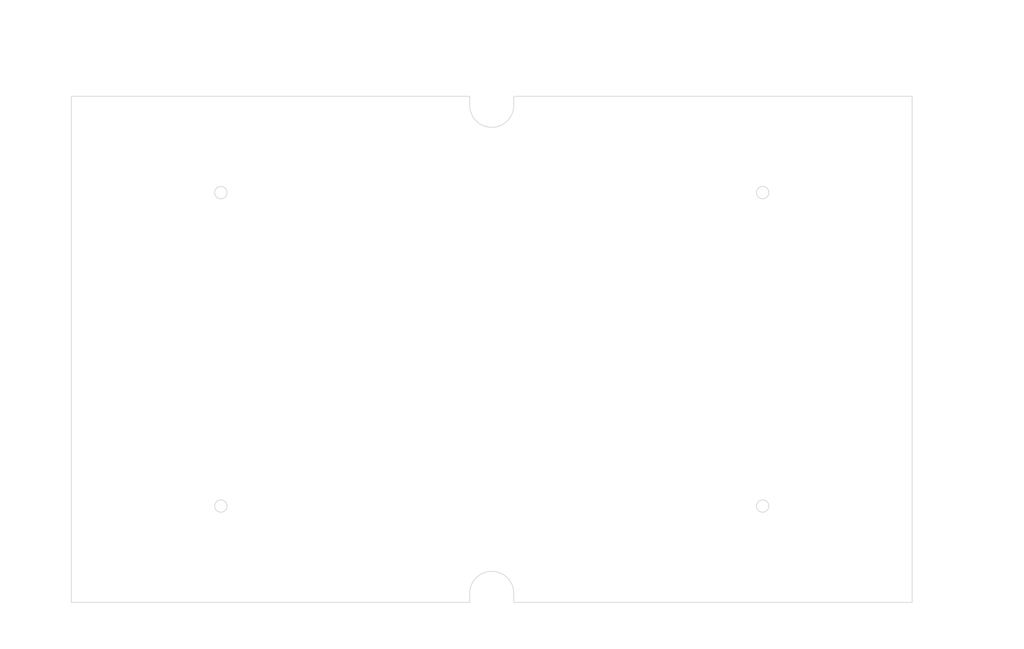
<source format=kicad_pcb>
(kicad_pcb (version 20171130) (host pcbnew "(5.1.0)-1")

  (general
    (thickness 1.6)
    (drawings 75)
    (tracks 0)
    (zones 0)
    (modules 0)
    (nets 1)
  )

  (page A3)
  (layers
    (0 F.Cu signal)
    (31 B.Cu signal)
    (32 B.Adhes user)
    (33 F.Adhes user)
    (34 B.Paste user)
    (35 F.Paste user)
    (36 B.SilkS user)
    (37 F.SilkS user)
    (38 B.Mask user)
    (39 F.Mask user)
    (40 Dwgs.User user)
    (41 Cmts.User user)
    (42 Eco1.User user)
    (43 Eco2.User user)
    (44 Edge.Cuts user)
    (45 Margin user)
    (46 B.CrtYd user)
    (47 F.CrtYd user)
    (48 B.Fab user)
    (49 F.Fab user)
  )

  (setup
    (last_trace_width 0.25)
    (trace_clearance 0.2)
    (zone_clearance 0.508)
    (zone_45_only no)
    (trace_min 0.2)
    (via_size 0.8)
    (via_drill 0.4)
    (via_min_size 0.4)
    (via_min_drill 0.3)
    (uvia_size 0.3)
    (uvia_drill 0.1)
    (uvias_allowed no)
    (uvia_min_size 0.2)
    (uvia_min_drill 0.1)
    (edge_width 0.05)
    (segment_width 0.2)
    (pcb_text_width 0.3)
    (pcb_text_size 1.5 1.5)
    (mod_edge_width 0.12)
    (mod_text_size 1 1)
    (mod_text_width 0.15)
    (pad_size 1.524 1.524)
    (pad_drill 0.762)
    (pad_to_mask_clearance 0.051)
    (solder_mask_min_width 0.25)
    (aux_axis_origin 0 0)
    (visible_elements FFFFFF7F)
    (pcbplotparams
      (layerselection 0x010fc_ffffffff)
      (usegerberextensions false)
      (usegerberattributes false)
      (usegerberadvancedattributes false)
      (creategerberjobfile false)
      (excludeedgelayer true)
      (linewidth 0.152400)
      (plotframeref false)
      (viasonmask false)
      (mode 1)
      (useauxorigin false)
      (hpglpennumber 1)
      (hpglpenspeed 20)
      (hpglpendiameter 15.000000)
      (psnegative false)
      (psa4output false)
      (plotreference true)
      (plotvalue true)
      (plotinvisibletext false)
      (padsonsilk false)
      (subtractmaskfromsilk false)
      (outputformat 1)
      (mirror false)
      (drillshape 1)
      (scaleselection 1)
      (outputdirectory ""))
  )

  (net 0 "")

  (net_class Default "This is the default net class."
    (clearance 0.2)
    (trace_width 0.25)
    (via_dia 0.8)
    (via_drill 0.4)
    (uvia_dia 0.3)
    (uvia_drill 0.1)
  )

  (gr_line (start 95.85736 220.864629) (end 95.85736 77.298348) (layer Edge.Cuts) (width 0.2))
  (gr_line (start 208.860566 220.864629) (end 95.85736 220.864629) (layer Edge.Cuts) (width 0.2))
  (gr_line (start 208.860566 218.281488) (end 208.860566 220.864629) (layer Edge.Cuts) (width 0.2))
  (gr_arc (start 215.10736 218.281488) (end 221.354153 218.281488) (angle -180) (layer Edge.Cuts) (width 0.2))
  (gr_line (start 221.354153 220.864629) (end 221.354153 218.281488) (layer Edge.Cuts) (width 0.2))
  (gr_line (start 334.35736 220.864629) (end 221.354153 220.864629) (layer Edge.Cuts) (width 0.2))
  (gr_line (start 334.35736 77.298348) (end 334.35736 220.864629) (layer Edge.Cuts) (width 0.2))
  (gr_line (start 221.354153 77.298348) (end 334.35736 77.298348) (layer Edge.Cuts) (width 0.2))
  (gr_line (start 221.354153 79.881488) (end 221.354153 77.298348) (layer Edge.Cuts) (width 0.2))
  (gr_arc (start 215.10736 79.881488) (end 208.860566 79.881488) (angle -180) (layer Edge.Cuts) (width 0.2))
  (gr_line (start 208.860566 77.298348) (end 208.860566 79.881488) (layer Edge.Cuts) (width 0.2))
  (gr_line (start 95.85736 77.298348) (end 208.860566 77.298348) (layer Edge.Cuts) (width 0.2))
  (gr_circle (center 291.95736 104.631488) (end 293.70996 104.631488) (layer Edge.Cuts) (width 0.2))
  (gr_circle (center 138.25736 193.531488) (end 140.00996 193.531488) (layer Edge.Cuts) (width 0.2))
  (gr_circle (center 138.25736 104.631488) (end 140.00996 104.631488) (layer Edge.Cuts) (width 0.2))
  (gr_circle (center 291.95736 193.531488) (end 293.70996 193.531488) (layer Edge.Cuts) (width 0.2))
  (gr_line (start 291.95736 104.721488) (end 291.95736 104.541488) (layer Dwgs.User) (width 0.2))
  (gr_line (start 291.86736 104.631488) (end 292.04736 104.631488) (layer Dwgs.User) (width 0.2))
  (gr_text " ∅3.51\n[∅0.14]" (at 361.305737 126.384567) (layer Dwgs.User)
    (effects (font (size 1.7 1.53) (thickness 0.2125)))
  )
  (gr_line (start 354.768868 126.384567) (end 295.503329 105.85954) (layer Dwgs.User) (width 0.2))
  (gr_line (start 356.768868 126.384567) (end 354.768868 126.384567) (layer Dwgs.User) (width 0.2))
  (gr_text [9.39] (at 215.10736 55.151562) (layer Dwgs.User)
    (effects (font (size 1.7 1.53) (thickness 0.2125)))
  )
  (gr_text " 238.50" (at 215.10736 51.593547) (layer Dwgs.User)
    (effects (font (size 1.7 1.53) (thickness 0.2125)))
  )
  (gr_line (start 332.35736 53.262101) (end 219.812373 53.262101) (layer Dwgs.User) (width 0.2))
  (gr_line (start 97.85736 53.262101) (end 210.402346 53.262101) (layer Dwgs.User) (width 0.2))
  (gr_line (start 334.35736 76.298348) (end 334.35736 50.087101) (layer Dwgs.User) (width 0.2))
  (gr_line (start 95.85736 76.298348) (end 95.85736 50.087101) (layer Dwgs.User) (width 0.2))
  (gr_text [3.50] (at 90.5719 150.97095) (layer Dwgs.User)
    (effects (font (size 1.7 1.53) (thickness 0.2125)))
  )
  (gr_text " 88.90" (at 90.5719 147.413514) (layer Dwgs.User)
    (effects (font (size 1.7 1.53) (thickness 0.2125)))
  )
  (gr_line (start 90.5719 106.631488) (end 90.5719 145.524053) (layer Dwgs.User) (width 0.2))
  (gr_line (start 90.5719 191.531488) (end 90.5719 152.638924) (layer Dwgs.User) (width 0.2))
  (gr_line (start 137.25736 104.631488) (end 87.3969 104.631488) (layer Dwgs.User) (width 0.2))
  (gr_line (start 137.25736 193.531488) (end 87.3969 193.531488) (layer Dwgs.User) (width 0.2))
  (gr_text [6.05] (at 215.10736 232.75409) (layer Dwgs.User)
    (effects (font (size 1.7 1.53) (thickness 0.2125)))
  )
  (gr_text " 153.70" (at 215.10736 229.196075) (layer Dwgs.User)
    (effects (font (size 1.7 1.53) (thickness 0.2125)))
  )
  (gr_line (start 289.95736 230.864629) (end 219.812373 230.864629) (layer Dwgs.User) (width 0.2))
  (gr_line (start 140.25736 230.864629) (end 210.402346 230.864629) (layer Dwgs.User) (width 0.2))
  (gr_line (start 291.95736 194.531488) (end 291.95736 234.039629) (layer Dwgs.User) (width 0.2))
  (gr_line (start 138.25736 194.531488) (end 138.25736 234.039629) (layer Dwgs.User) (width 0.2))
  (gr_text [1.08] (at 90.5719 209.08752) (layer Dwgs.User)
    (effects (font (size 1.7 1.53) (thickness 0.2125)))
  )
  (gr_text " 27.33" (at 90.5719 205.529505) (layer Dwgs.User)
    (effects (font (size 1.7 1.53) (thickness 0.2125)))
  )
  (gr_line (start 90.5719 195.531488) (end 90.5719 203.640043) (layer Dwgs.User) (width 0.2))
  (gr_line (start 90.5719 218.864629) (end 90.5719 210.756074) (layer Dwgs.User) (width 0.2))
  (gr_line (start 137.25736 193.531488) (end 87.3969 193.531488) (layer Dwgs.User) (width 0.2))
  (gr_line (start 94.85736 220.864629) (end 87.3969 220.864629) (layer Dwgs.User) (width 0.2))
  (gr_text [1.67] (at 117.05736 232.75409) (layer Dwgs.User)
    (effects (font (size 1.7 1.53) (thickness 0.2125)))
  )
  (gr_text " 42.40" (at 117.05736 229.196654) (layer Dwgs.User)
    (effects (font (size 1.7 1.53) (thickness 0.2125)))
  )
  (gr_line (start 97.85736 230.864629) (end 113.012748 230.864629) (layer Dwgs.User) (width 0.2))
  (gr_line (start 136.25736 230.864629) (end 121.101971 230.864629) (layer Dwgs.User) (width 0.2))
  (gr_line (start 95.85736 221.864629) (end 95.85736 234.039629) (layer Dwgs.User) (width 0.2))
  (gr_line (start 138.25736 194.531488) (end 138.25736 234.039629) (layer Dwgs.User) (width 0.2))
  (gr_text [.35] (at 232.213153 73.215477) (layer Dwgs.User)
    (effects (font (size 1.7 1.53) (thickness 0.2125)))
  )
  (gr_text " 8.83" (at 232.213153 69.657462) (layer Dwgs.User)
    (effects (font (size 1.7 1.53) (thickness 0.2125)))
  )
  (gr_line (start 226.826045 71.326016) (end 228.826045 71.326016) (layer Dwgs.User) (width 0.2))
  (gr_line (start 226.826045 77.298348) (end 226.826045 71.326016) (layer Dwgs.User) (width 0.2))
  (gr_line (start 226.826045 84.128282) (end 226.826045 79.298348) (layer Dwgs.User) (width 0.2))
  (gr_line (start 216.10736 86.128282) (end 230.001045 86.128282) (layer Dwgs.User) (width 0.2))
  (gr_text [.49] (at 199.938953 74.6991) (layer Dwgs.User)
    (effects (font (size 1.7 1.53) (thickness 0.2125)))
  )
  (gr_text " 12.49" (at 199.938953 71.141665) (layer Dwgs.User)
    (effects (font (size 1.7 1.53) (thickness 0.2125)))
  )
  (gr_line (start 208.860566 72.809639) (end 203.988203 72.809639) (layer Dwgs.User) (width 0.2))
  (gr_line (start 219.354153 72.809639) (end 210.860566 72.809639) (layer Dwgs.User) (width 0.2))
  (gr_line (start 221.354153 76.298348) (end 221.354153 69.634639) (layer Dwgs.User) (width 0.2))
  (gr_line (start 208.860566 76.298348) (end 208.860566 69.634639) (layer Dwgs.User) (width 0.2))
  (gr_text [4.45] (at 152.358963 69.184331) (layer Dwgs.User)
    (effects (font (size 1.7 1.53) (thickness 0.2125)))
  )
  (gr_text " 113.00" (at 152.358963 65.629794) (layer Dwgs.User)
    (effects (font (size 1.7 1.53) (thickness 0.2125)))
  )
  (gr_line (start 206.860566 67.298348) (end 157.063977 67.298348) (layer Dwgs.User) (width 0.2))
  (gr_line (start 97.85736 67.298348) (end 147.653949 67.298348) (layer Dwgs.User) (width 0.2))
  (gr_line (start 208.860566 76.298348) (end 208.860566 64.123348) (layer Dwgs.User) (width 0.2))
  (gr_line (start 95.85736 76.298348) (end 95.85736 64.123348) (layer Dwgs.User) (width 0.2))
  (gr_text "[5.65]{\n}" (at 79.85736 150.97095) (layer Dwgs.User)
    (effects (font (size 1.7 1.53) (thickness 0.2125)))
  )
  (gr_text 143.57 (at 79.85736 147.412935) (layer Dwgs.User)
    (effects (font (size 1.7 1.53) (thickness 0.2125)))
  )
  (gr_line (start 79.85736 79.298348) (end 79.85736 145.523473) (layer Dwgs.User) (width 0.2))
  (gr_line (start 79.85736 218.864629) (end 79.85736 152.639504) (layer Dwgs.User) (width 0.2))
  (gr_line (start 94.85736 77.298348) (end 76.68236 77.298348) (layer Dwgs.User) (width 0.2))
  (gr_line (start 94.85736 220.864629) (end 76.68236 220.864629) (layer Dwgs.User) (width 0.2))

)

</source>
